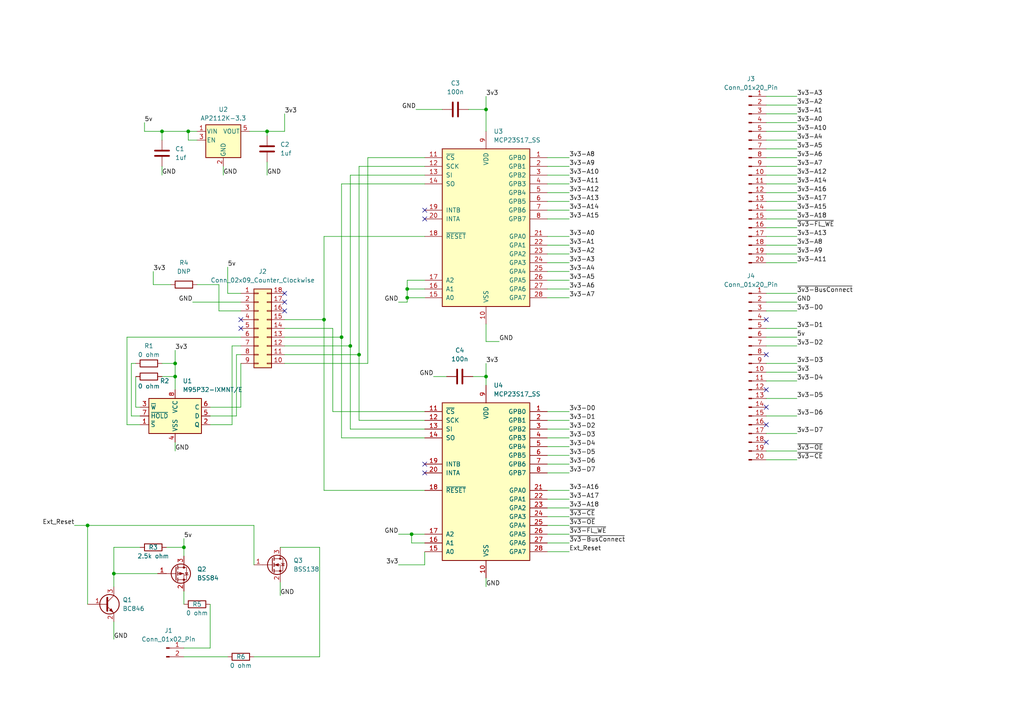
<source format=kicad_sch>
(kicad_sch (version 20231120) (generator "eeschema") (generator_version "8.0")
  (paper "A4")
  (title_block (title "Flying Rommey"))
  (lib_symbols
    (symbol "Connector:Conn_01x20_Pin" (pin_names (offset 1.016) hide)
      (property "Reference" "J" (at 0 25.4 0))
      (property "Value" "Conn_01x20_Pin" (at 0 -27.94 0))
      (symbol "Conn_01x20_Pin_1_1"
        (polyline (pts (xy 1.27 -25.4) (xy 0.8636 -25.4)) (stroke (width 0.1524)))
        (polyline (pts (xy 1.27 -22.86) (xy 0.8636 -22.86)) (stroke (width 0.1524)))
        (polyline (pts (xy 1.27 -20.32) (xy 0.8636 -20.32)) (stroke (width 0.1524)))
        (polyline (pts (xy 1.27 -17.78) (xy 0.8636 -17.78)) (stroke (width 0.1524)))
        (polyline (pts (xy 1.27 -15.24) (xy 0.8636 -15.24)) (stroke (width 0.1524)))
        (polyline (pts (xy 1.27 -12.7) (xy 0.8636 -12.7)) (stroke (width 0.1524)))
        (polyline (pts (xy 1.27 -10.16) (xy 0.8636 -10.16)) (stroke (width 0.1524)))
        (polyline (pts (xy 1.27 -7.62) (xy 0.8636 -7.62)) (stroke (width 0.1524)))
        (polyline (pts (xy 1.27 -5.08) (xy 0.8636 -5.08)) (stroke (width 0.1524)))
        (polyline (pts (xy 1.27 -2.54) (xy 0.8636 -2.54)) (stroke (width 0.1524)))
        (polyline (pts (xy 1.27 0) (xy 0.8636 0)) (stroke (width 0.1524)))
        (polyline (pts (xy 1.27 2.54) (xy 0.8636 2.54)) (stroke (width 0.1524)))
        (polyline (pts (xy 1.27 5.08) (xy 0.8636 5.08)) (stroke (width 0.1524)))
        (polyline (pts (xy 1.27 7.62) (xy 0.8636 7.62)) (stroke (width 0.1524)))
        (polyline (pts (xy 1.27 10.16) (xy 0.8636 10.16)) (stroke (width 0.1524)))
        (polyline (pts (xy 1.27 12.7) (xy 0.8636 12.7)) (stroke (width 0.1524)))
        (polyline (pts (xy 1.27 15.24) (xy 0.8636 15.24)) (stroke (width 0.1524)))
        (polyline (pts (xy 1.27 17.78) (xy 0.8636 17.78)) (stroke (width 0.1524)))
        (polyline (pts (xy 1.27 20.32) (xy 0.8636 20.32)) (stroke (width 0.1524)))
        (polyline (pts (xy 1.27 22.86) (xy 0.8636 22.86)) (stroke (width 0.1524)))
        (rectangle (start 0.8636 -25.273) (end 0 -25.527) (stroke (width 0.1524)) (fill (type outline)))
        (rectangle (start 0.8636 -22.733) (end 0 -22.987) (stroke (width 0.1524)) (fill (type outline)))
        (rectangle (start 0.8636 -20.193) (end 0 -20.447) (stroke (width 0.1524)) (fill (type outline)))
        (rectangle (start 0.8636 -17.653) (end 0 -17.907) (stroke (width 0.1524)) (fill (type outline)))
        (rectangle (start 0.8636 -15.113) (end 0 -15.367) (stroke (width 0.1524)) (fill (type outline)))
        (rectangle (start 0.8636 -12.573) (end 0 -12.827) (stroke (width 0.1524)) (fill (type outline)))
        (rectangle (start 0.8636 -10.033) (end 0 -10.287) (stroke (width 0.1524)) (fill (type outline)))
        (rectangle (start 0.8636 -7.493) (end 0 -7.747) (stroke (width 0.1524)) (fill (type outline)))
        (rectangle (start 0.8636 -4.953) (end 0 -5.207) (stroke (width 0.1524)) (fill (type outline)))
        (rectangle (start 0.8636 -2.413) (end 0 -2.667) (stroke (width 0.1524)) (fill (type outline)))
        (rectangle (start 0.8636 0.127) (end 0 -0.127) (stroke (width 0.1524)) (fill (type outline)))
        (rectangle (start 0.8636 2.667) (end 0 2.413) (stroke (width 0.1524)) (fill (type outline)))
        (rectangle (start 0.8636 5.207) (end 0 4.953) (stroke (width 0.1524)) (fill (type outline)))
        (rectangle (start 0.8636 7.747) (end 0 7.493) (stroke (width 0.1524)) (fill (type outline)))
        (rectangle (start 0.8636 10.287) (end 0 10.033) (stroke (width 0.1524)) (fill (type outline)))
        (rectangle (start 0.8636 12.827) (end 0 12.573) (stroke (width 0.1524)) (fill (type outline)))
        (rectangle (start 0.8636 15.367) (end 0 15.113) (stroke (width 0.1524)) (fill (type outline)))
        (rectangle (start 0.8636 17.907) (end 0 17.653) (stroke (width 0.1524)) (fill (type outline)))
        (rectangle (start 0.8636 20.447) (end 0 20.193) (stroke (width 0.1524)) (fill (type outline)))
        (rectangle (start 0.8636 22.987) (end 0 22.733) (stroke (width 0.1524)) (fill (type outline)))
        (pin passive line (at 5.08 22.86 180) (length 3.81) (name "Pin_1") (number "1"))
        (pin passive line (at 5.08 0 180) (length 3.81) (name "Pin_10") (number "10"))
        (pin passive line (at 5.08 -2.54 180) (length 3.81) (name "Pin_11") (number "11"))
        (pin passive line (at 5.08 -5.08 180) (length 3.81) (name "Pin_12") (number "12"))
        (pin passive line (at 5.08 -7.62 180) (length 3.81) (name "Pin_13") (number "13"))
        (pin passive line (at 5.08 -10.16 180) (length 3.81) (name "Pin_14") (number "14"))
        (pin passive line (at 5.08 -12.7 180) (length 3.81) (name "Pin_15") (number "15"))
        (pin passive line (at 5.08 -15.24 180) (length 3.81) (name "Pin_16") (number "16"))
        (pin passive line (at 5.08 -17.78 180) (length 3.81) (name "Pin_17") (number "17"))
        (pin passive line (at 5.08 -20.32 180) (length 3.81) (name "Pin_18") (number "18"))
        (pin passive line (at 5.08 -22.86 180) (length 3.81) (name "Pin_19") (number "19"))
        (pin passive line (at 5.08 20.32 180) (length 3.81) (name "Pin_2") (number "2"))
        (pin passive line (at 5.08 -25.4 180) (length 3.81) (name "Pin_20") (number "20"))
        (pin passive line (at 5.08 17.78 180) (length 3.81) (name "Pin_3") (number "3"))
        (pin passive line (at 5.08 15.24 180) (length 3.81) (name "Pin_4") (number "4"))
        (pin passive line (at 5.08 12.7 180) (length 3.81) (name "Pin_5") (number "5"))
        (pin passive line (at 5.08 10.16 180) (length 3.81) (name "Pin_6") (number "6"))
        (pin passive line (at 5.08 7.62 180) (length 3.81) (name "Pin_7") (number "7"))
        (pin passive line (at 5.08 5.08 180) (length 3.81) (name "Pin_8") (number "8"))
        (pin passive line (at 5.08 2.54 180) (length 3.81) (name "Pin_9") (number "9"))
      )
    )
    (symbol "Connector_Generic:Conn_02x09_Counter_Clockwise" (pin_names (offset 1.016) hide)
      (property "Reference" "J" (at 1.27 12.7 0))
      (property "Value" "Conn_02x09_Counter_Clockwise" (at 1.27 -12.7 0))
      (symbol "Conn_02x09_Counter_Clockwise_1_1"
        (rectangle (start -1.27 -10.033) (end 0 -10.287) (stroke (width 0.1524)))
        (rectangle (start -1.27 -7.493) (end 0 -7.747) (stroke (width 0.1524)))
        (rectangle (start -1.27 -4.953) (end 0 -5.207) (stroke (width 0.1524)))
        (rectangle (start -1.27 -2.413) (end 0 -2.667) (stroke (width 0.1524)))
        (rectangle (start -1.27 0.127) (end 0 -0.127) (stroke (width 0.1524)))
        (rectangle (start -1.27 2.667) (end 0 2.413) (stroke (width 0.1524)))
        (rectangle (start -1.27 5.207) (end 0 4.953) (stroke (width 0.1524)))
        (rectangle (start -1.27 7.747) (end 0 7.493) (stroke (width 0.1524)))
        (rectangle (start -1.27 10.287) (end 0 10.033) (stroke (width 0.1524)))
        (rectangle (start -1.27 11.43) (end 3.81 -11.43) (stroke (width 0.254)) (fill (type background)))
        (rectangle (start 3.81 -10.033) (end 2.54 -10.287) (stroke (width 0.1524)))
        (rectangle (start 3.81 -7.493) (end 2.54 -7.747) (stroke (width 0.1524)))
        (rectangle (start 3.81 -4.953) (end 2.54 -5.207) (stroke (width 0.1524)))
        (rectangle (start 3.81 -2.413) (end 2.54 -2.667) (stroke (width 0.1524)))
        (rectangle (start 3.81 0.127) (end 2.54 -0.127) (stroke (width 0.1524)))
        (rectangle (start 3.81 2.667) (end 2.54 2.413) (stroke (width 0.1524)))
        (rectangle (start 3.81 5.207) (end 2.54 4.953) (stroke (width 0.1524)))
        (rectangle (start 3.81 7.747) (end 2.54 7.493) (stroke (width 0.1524)))
        (rectangle (start 3.81 10.287) (end 2.54 10.033) (stroke (width 0.1524)))
        (pin passive line (at -5.08 10.16 0) (length 3.81) (name "Pin_1") (number "1"))
        (pin passive line (at 7.62 -10.16 180) (length 3.81) (name "Pin_10") (number "10"))
        (pin passive line (at 7.62 -7.62 180) (length 3.81) (name "Pin_11") (number "11"))
        (pin passive line (at 7.62 -5.08 180) (length 3.81) (name "Pin_12") (number "12"))
        (pin passive line (at 7.62 -2.54 180) (length 3.81) (name "Pin_13") (number "13"))
        (pin passive line (at 7.62 0 180) (length 3.81) (name "Pin_14") (number "14"))
        (pin passive line (at 7.62 2.54 180) (length 3.81) (name "Pin_15") (number "15"))
        (pin passive line (at 7.62 5.08 180) (length 3.81) (name "Pin_16") (number "16"))
        (pin passive line (at 7.62 7.62 180) (length 3.81) (name "Pin_17") (number "17"))
        (pin passive line (at 7.62 10.16 180) (length 3.81) (name "Pin_18") (number "18"))
        (pin passive line (at -5.08 7.62 0) (length 3.81) (name "Pin_2") (number "2"))
        (pin passive line (at -5.08 5.08 0) (length 3.81) (name "Pin_3") (number "3"))
        (pin passive line (at -5.08 2.54 0) (length 3.81) (name "Pin_4") (number "4"))
        (pin passive line (at -5.08 0 0) (length 3.81) (name "Pin_5") (number "5"))
        (pin passive line (at -5.08 -2.54 0) (length 3.81) (name "Pin_6") (number "6"))
        (pin passive line (at -5.08 -5.08 0) (length 3.81) (name "Pin_7") (number "7"))
        (pin passive line (at -5.08 -7.62 0) (length 3.81) (name "Pin_8") (number "8"))
        (pin passive line (at -5.08 -10.16 0) (length 3.81) (name "Pin_9") (number "9"))
      )
    )
    (symbol "Device:C" (pin_numbers hide) (pin_names (offset 0.254))
      (property "Reference" "C" (at 0.635 2.54 0))
      (property "Value" "C" (at 0.635 -2.54 0))
      (symbol "C_0_1"
        (polyline (pts (xy -2.032 -0.762) (xy 2.032 -0.762)) (stroke (width 0.508)))
        (polyline (pts (xy -2.032 0.762) (xy 2.032 0.762)) (stroke (width 0.508)))
      )
      (symbol "C_1_1"
        (pin passive line (at 0 3.81 270) (length 2.794) (name "~") (number "1"))
        (pin passive line (at 0 -3.81 90) (length 2.794) (name "~") (number "2"))
      )
    )
    (symbol "Device:R" (pin_numbers hide) (pin_names (offset 0))
      (property "Reference" "R" (at 2.032 0 90))
      (property "Value" "R" (at 0 0 90))
      (symbol "R_0_1"
        (rectangle (start -1.016 -2.54) (end 1.016 2.54) (stroke (width 0.254)))
      )
      (symbol "R_1_1"
        (pin passive line (at 0 3.81 270) (length 1.27) (name "~") (number "1"))
        (pin passive line (at 0 -3.81 90) (length 1.27) (name "~") (number "2"))
      )
    )
    (symbol "JJG_Symbol_Library:AP2204K-1.5" (pin_names (offset 0.254))
      (property "Reference" "U" (at -5.08 5.715 0))
      (property "Value" "AP2204K-1.5" (at 0 5.715 0))
      (symbol "AP2204K-1.5_0_1"
        (rectangle (start -5.08 4.445) (end 5.08 -5.08) (stroke (width 0.254)) (fill (type background)))
      )
      (symbol "AP2204K-1.5_1_1"
        (pin bidirectional line (at -7.62 2.54 0) (length 2.54) (name "VIN") (number "1"))
        (pin bidirectional line (at 0 -7.62 90) (length 2.54) (name "GND") (number "2"))
        (pin input line (at -7.62 0 0) (length 2.54) (name "EN") (number "3"))
        (pin no_connect line (at 5.08 0 180) (length 2.54) hide (name "NC") (number "4"))
        (pin power_out line (at 7.62 2.54 180) (length 2.54) (name "VOUT") (number "5"))
      )
    )
    (symbol "JJG_Symbol_Library:Conn_01x02_Pin" (pin_names (offset 1.016) hide)
      (property "Reference" "J" (at 0 2.54 0))
      (property "Value" "Conn_01x02_Pin" (at 0 -5.08 0))
      (symbol "Conn_01x02_Pin_1_1"
        (polyline (pts (xy 1.27 -2.54) (xy 0.8636 -2.54)) (stroke (width 0.1524)))
        (polyline (pts (xy 1.27 0) (xy 0.8636 0)) (stroke (width 0.1524)))
        (rectangle (start 0.8636 -2.413) (end 0 -2.667) (stroke (width 0.1524)) (fill (type outline)))
        (rectangle (start 0.8636 0.127) (end 0 -0.127) (stroke (width 0.1524)) (fill (type outline)))
        (pin passive line (at 5.08 0 180) (length 3.81) (name "Pin_1") (number "1"))
        (pin passive line (at 5.08 -2.54 180) (length 3.81) (name "Pin_2") (number "2"))
      )
    )
    (symbol "JJG_Symbol_Library:M95P32-IXMNT/E"
      (property "Reference" "U1" (at 2.1941 10.16 0))
      (property "Value" "M95P32-IXMNT/E" (at 2.1941 7.62 0))
      (symbol "M95P32-IXMNT/E_1_1"
        (rectangle (start -7.62 5.08) (end 7.62 -5.08) (stroke (width 0.254)) (fill (type background)))
        (pin input line (at -10.16 -2.54 0) (length 2.54) (name "~{S}") (number "1"))
        (pin output line (at 10.16 -2.54 180) (length 2.54) (name "Q") (number "2"))
        (pin input line (at -10.16 2.54 0) (length 2.54) (name "~{W}") (number "3"))
        (pin bidirectional line (at 0 -7.62 90) (length 2.54) (name "VSS") (number "4"))
        (pin input line (at 10.16 0 180) (length 2.54) (name "D") (number "5"))
        (pin input line (at 10.16 2.54 180) (length 2.54) (name "C") (number "6"))
        (pin input line (at -10.16 0 0) (length 2.54) (name "~{HOLD}") (number "7"))
        (pin power_in line (at 0 7.62 270) (length 2.54) (name "VCC") (number "8"))
      )
    )
    (symbol "JJG_Symbol_Library:MCP23S17_SS" (pin_names (offset 1.016))
      (property "Reference" "U3" (at 2.1941 27.94 0))
      (property "Value" "MCP23S17_SS" (at 2.1941 25.4 0))
      (symbol "MCP23S17_SS_0_1"
        (rectangle (start -12.7 22.86) (end 12.7 -22.86) (stroke (width 0.254)) (fill (type background)))
      )
      (symbol "MCP23S17_SS_1_1"
        (pin bidirectional line (at 17.78 20.32 180) (length 5.08) (name "GPB0") (number "1"))
        (pin input line (at 0 -27.94 90) (length 5.08) (name "VSS") (number "10"))
        (pin input line (at -17.78 20.32 0) (length 5.08) (name "~{CS}") (number "11"))
        (pin input line (at -17.78 17.78 0) (length 5.08) (name "SCK") (number "12"))
        (pin input line (at -17.78 15.24 0) (length 5.08) (name "SI") (number "13"))
        (pin bidirectional line (at -17.78 12.7 0) (length 5.08) (name "SO") (number "14"))
        (pin input line (at -17.78 -20.32 0) (length 5.08) (name "A0") (number "15"))
        (pin input line (at -17.78 -17.78 0) (length 5.08) (name "A1") (number "16"))
        (pin input line (at -17.78 -15.24 0) (length 5.08) (name "A2") (number "17"))
        (pin input line (at -17.78 -2.54 0) (length 5.08) (name "~{RESET}") (number "18"))
        (pin tri_state line (at -17.78 5.08 0) (length 5.08) (name "INTB") (number "19"))
        (pin bidirectional line (at 17.78 17.78 180) (length 5.08) (name "GPB1") (number "2"))
        (pin tri_state line (at -17.78 2.54 0) (length 5.08) (name "INTA") (number "20"))
        (pin bidirectional line (at 17.78 -2.54 180) (length 5.08) (name "GPA0") (number "21"))
        (pin bidirectional line (at 17.78 -5.08 180) (length 5.08) (name "GPA1") (number "22"))
        (pin bidirectional line (at 17.78 -7.62 180) (length 5.08) (name "GPA2") (number "23"))
        (pin bidirectional line (at 17.78 -10.16 180) (length 5.08) (name "GPA3") (number "24"))
        (pin bidirectional line (at 17.78 -12.7 180) (length 5.08) (name "GPA4") (number "25"))
        (pin bidirectional line (at 17.78 -15.24 180) (length 5.08) (name "GPA5") (number "26"))
        (pin bidirectional line (at 17.78 -17.78 180) (length 5.08) (name "GPA6") (number "27"))
        (pin bidirectional line (at 17.78 -20.32 180) (length 5.08) (name "GPA7") (number "28"))
        (pin bidirectional line (at 17.78 15.24 180) (length 5.08) (name "GPB2") (number "3"))
        (pin bidirectional line (at 17.78 12.7 180) (length 5.08) (name "GPB3") (number "4"))
        (pin bidirectional line (at 17.78 10.16 180) (length 5.08) (name "GPB4") (number "5"))
        (pin bidirectional line (at 17.78 7.62 180) (length 5.08) (name "GPB5") (number "6"))
        (pin bidirectional line (at 17.78 5.08 180) (length 5.08) (name "GPB6") (number "7"))
        (pin bidirectional line (at 17.78 2.54 180) (length 5.08) (name "GPB7") (number "8"))
        (pin input line (at 0 27.94 270) (length 5.08) (name "VDD") (number "9"))
      )
    )
    (symbol "MCP23S17_SS_1" (pin_names (offset 1.016))
      (property "Reference" "U3" (at 2.1941 27.94 0))
      (property "Value" "MCP23S17_SS" (at 2.1941 25.4 0))
      (symbol "MCP23S17_SS_1_0_1"
        (rectangle (start -12.7 22.86) (end 12.7 -22.86) (stroke (width 0.254)) (fill (type background)))
      )
      (symbol "MCP23S17_SS_1_1_1"
        (pin bidirectional line (at 17.78 20.32 180) (length 5.08) (name "GPB0") (number "1"))
        (pin input line (at 0 -27.94 90) (length 5.08) (name "VSS") (number "10"))
        (pin input line (at -17.78 20.32 0) (length 5.08) (name "~{CS}") (number "11"))
        (pin input line (at -17.78 17.78 0) (length 5.08) (name "SCK") (number "12"))
        (pin input line (at -17.78 15.24 0) (length 5.08) (name "SI") (number "13"))
        (pin bidirectional line (at -17.78 12.7 0) (length 5.08) (name "SO") (number "14"))
        (pin input line (at -17.78 -20.32 0) (length 5.08) (name "A0") (number "15"))
        (pin input line (at -17.78 -17.78 0) (length 5.08) (name "A1") (number "16"))
        (pin input line (at -17.78 -15.24 0) (length 5.08) (name "A2") (number "17"))
        (pin input line (at -17.78 -2.54 0) (length 5.08) (name "~{RESET}") (number "18"))
        (pin tri_state line (at -17.78 5.08 0) (length 5.08) (name "INTB") (number "19"))
        (pin bidirectional line (at 17.78 17.78 180) (length 5.08) (name "GPB1") (number "2"))
        (pin tri_state line (at -17.78 2.54 0) (length 5.08) (name "INTA") (number "20"))
        (pin bidirectional line (at 17.78 -2.54 180) (length 5.08) (name "GPA0") (number "21"))
        (pin bidirectional line (at 17.78 -5.08 180) (length 5.08) (name "GPA1") (number "22"))
        (pin bidirectional line (at 17.78 -7.62 180) (length 5.08) (name "GPA2") (number "23"))
        (pin bidirectional line (at 17.78 -10.16 180) (length 5.08) (name "GPA3") (number "24"))
        (pin bidirectional line (at 17.78 -12.7 180) (length 5.08) (name "GPA4") (number "25"))
        (pin bidirectional line (at 17.78 -15.24 180) (length 5.08) (name "GPA5") (number "26"))
        (pin bidirectional line (at 17.78 -17.78 180) (length 5.08) (name "GPA6") (number "27"))
        (pin bidirectional line (at 17.78 -20.32 180) (length 5.08) (name "GPA7") (number "28"))
        (pin bidirectional line (at 17.78 15.24 180) (length 5.08) (name "GPB2") (number "3"))
        (pin bidirectional line (at 17.78 12.7 180) (length 5.08) (name "GPB3") (number "4"))
        (pin bidirectional line (at 17.78 10.16 180) (length 5.08) (name "GPB4") (number "5"))
        (pin bidirectional line (at 17.78 7.62 180) (length 5.08) (name "GPB5") (number "6"))
        (pin bidirectional line (at 17.78 5.08 180) (length 5.08) (name "GPB6") (number "7"))
        (pin bidirectional line (at 17.78 2.54 180) (length 5.08) (name "GPB7") (number "8"))
        (pin input line (at 0 27.94 270) (length 5.08) (name "VDD") (number "9"))
      )
    )
    (symbol "Transistor_BJT:BC846" (pin_names (offset 0) hide)
      (property "Reference" "Q" (at 5.08 1.905 0))
      (property "Value" "BC846" (at 5.08 0 0))
      (symbol "BC846_0_1"
        (polyline (pts (xy 0.635 0.635) (xy 2.54 2.54)))
        (polyline (pts (xy 0.635 -0.635) (xy 2.54 -2.54) (xy 2.54 -2.54)))
        (polyline (pts (xy 0.635 1.905) (xy 0.635 -1.905) (xy 0.635 -1.905)) (stroke (width 0.508)))
        (polyline (pts (xy 1.27 -1.778) (xy 1.778 -1.27) (xy 2.286 -2.286) (xy 1.27 -1.778) (xy 1.27 -1.778)) (fill (type outline)))
        (circle (center 1.27 0) (radius 2.8194) (stroke (width 0.254)))
      )
      (symbol "BC846_1_1"
        (pin input line (at -5.08 0 0) (length 5.715) (name "B") (number "1"))
        (pin passive line (at 2.54 -5.08 90) (length 2.54) (name "E") (number "2"))
        (pin passive line (at 2.54 5.08 270) (length 2.54) (name "C") (number "3"))
      )
    )
    (symbol "Transistor_FET:BSS138" (pin_names hide)
      (property "Reference" "Q" (at 5.08 1.905 0))
      (property "Value" "BSS138" (at 5.08 0 0))
      (symbol "BSS138_0_1"
        (polyline (pts (xy 0.254 0) (xy -2.54 0)))
        (polyline (pts (xy 0.254 1.905) (xy 0.254 -1.905)) (stroke (width 0.254)))
        (polyline (pts (xy 0.762 -1.27) (xy 0.762 -2.286)) (stroke (width 0.254)))
        (polyline (pts (xy 0.762 0.508) (xy 0.762 -0.508)) (stroke (width 0.254)))
        (polyline (pts (xy 0.762 2.286) (xy 0.762 1.27)) (stroke (width 0.254)))
        (polyline (pts (xy 2.54 2.54) (xy 2.54 1.778)))
        (polyline (pts (xy 2.54 -2.54) (xy 2.54 0) (xy 0.762 0)))
        (polyline (pts (xy 0.762 -1.778) (xy 3.302 -1.778) (xy 3.302 1.778) (xy 0.762 1.778)))
        (polyline (pts (xy 1.016 0) (xy 2.032 0.381) (xy 2.032 -0.381) (xy 1.016 0)) (fill (type outline)))
        (polyline (pts (xy 2.794 0.508) (xy 2.921 0.381) (xy 3.683 0.381) (xy 3.81 0.254)))
        (polyline (pts (xy 3.302 0.381) (xy 2.921 -0.254) (xy 3.683 -0.254) (xy 3.302 0.381)))
        (circle (center 1.651 0) (radius 2.794) (stroke (width 0.254)))
        (circle (center 2.54 -1.778) (radius 0.254) (fill (type outline)))
        (circle (center 2.54 1.778) (radius 0.254) (fill (type outline)))
      )
      (symbol "BSS138_1_1"
        (pin input line (at -5.08 0 0) (length 2.54) (name "G") (number "1"))
        (pin passive line (at 2.54 -5.08 90) (length 2.54) (name "S") (number "2"))
        (pin passive line (at 2.54 5.08 270) (length 2.54) (name "D") (number "3"))
      )
    )
    (symbol "Transistor_FET:BSS84" (pin_names hide)
      (property "Reference" "Q" (at 5.08 1.905 0))
      (property "Value" "BSS84" (at 5.08 0 0))
      (symbol "BSS84_0_1"
        (polyline (pts (xy 0.254 0) (xy -2.54 0)))
        (polyline (pts (xy 0.254 1.905) (xy 0.254 -1.905)) (stroke (width 0.254)))
        (polyline (pts (xy 0.762 -1.27) (xy 0.762 -2.286)) (stroke (width 0.254)))
        (polyline (pts (xy 0.762 0.508) (xy 0.762 -0.508)) (stroke (width 0.254)))
        (polyline (pts (xy 0.762 2.286) (xy 0.762 1.27)) (stroke (width 0.254)))
        (polyline (pts (xy 2.54 2.54) (xy 2.54 1.778)))
        (polyline (pts (xy 2.54 -2.54) (xy 2.54 0) (xy 0.762 0)))
        (polyline (pts (xy 0.762 1.778) (xy 3.302 1.778) (xy 3.302 -1.778) (xy 0.762 -1.778)))
        (polyline (pts (xy 2.286 0) (xy 1.27 0.381) (xy 1.27 -0.381) (xy 2.286 0)) (fill (type outline)))
        (polyline (pts (xy 2.794 -0.508) (xy 2.921 -0.381) (xy 3.683 -0.381) (xy 3.81 -0.254)))
        (polyline (pts (xy 3.302 -0.381) (xy 2.921 0.254) (xy 3.683 0.254) (xy 3.302 -0.381)))
        (circle (center 1.651 0) (radius 2.794) (stroke (width 0.254)))
        (circle (center 2.54 -1.778) (radius 0.254) (fill (type outline)))
        (circle (center 2.54 1.778) (radius 0.254) (fill (type outline)))
      )
      (symbol "BSS84_1_1"
        (pin input line (at -5.08 0 0) (length 2.54) (name "G") (number "1"))
        (pin passive line (at 2.54 -5.08 90) (length 2.54) (name "S") (number "2"))
        (pin passive line (at 2.54 5.08 270) (length 2.54) (name "D") (number "3"))
      )
    )
  )
  (junction (at 140.97 109.22))
  (junction (at 119.38 154.94))
  (junction (at 54.61 38.1))
  (junction (at 118.11 86.36))
  (junction (at 77.47 38.1))
  (junction (at 118.11 83.82))
  (junction (at 99.06 97.79))
  (junction (at 101.6 100.33))
  (junction (at 33.02 166.37))
  (junction (at 25.4 152.4))
  (junction (at 46.99 38.1))
  (junction (at 104.14 102.87))
  (junction (at 53.34 158.75))
  (junction (at 140.97 31.75))
  (junction (at 93.98 92.71))
  (junction (at 50.8 109.22))
  (junction (at 50.8 105.41))
  (no_connect (at 123.19 134.62))
  (no_connect (at 222.25 123.19))
  (no_connect (at 82.55 85.09))
  (no_connect (at 123.19 63.5))
  (no_connect (at 222.25 113.03))
  (no_connect (at 222.25 102.87))
  (no_connect (at 123.19 60.96))
  (no_connect (at 222.25 92.71))
  (no_connect (at 69.85 92.71))
  (no_connect (at 222.25 118.11))
  (no_connect (at 222.25 128.27))
  (no_connect (at 69.85 95.25))
  (no_connect (at 82.55 90.17))
  (no_connect (at 82.55 87.63))
  (no_connect (at 123.19 137.16))
  (wire (pts (xy 140.97 31.75) (xy 140.97 38.1)))
  (wire (pts (xy 33.02 158.75) (xy 33.02 166.37)))
  (wire (pts (xy 46.99 40.64) (xy 46.99 38.1)))
  (wire (pts (xy 222.25 68.58) (xy 231.14 68.58)))
  (wire (pts (xy 81.28 168.91) (xy 81.28 172.72)))
  (wire (pts (xy 44.45 82.55) (xy 44.45 78.74)))
  (wire (pts (xy 158.75 129.54) (xy 165.1 129.54)))
  (wire (pts (xy 222.25 35.56) (xy 231.14 35.56)))
  (wire (pts (xy 119.38 157.48) (xy 123.19 157.48)))
  (wire (pts (xy 68.58 120.65) (xy 68.58 102.87)))
  (wire (pts (xy 123.19 160.02) (xy 123.19 163.83)))
  (wire (pts (xy 158.75 78.74) (xy 165.1 78.74)))
  (wire (pts (xy 123.19 124.46) (xy 101.6 124.46)))
  (wire (pts (xy 123.19 83.82) (xy 118.11 83.82)))
  (wire (pts (xy 77.47 38.1) (xy 82.55 38.1)))
  (wire (pts (xy 158.75 160.02) (xy 165.1 160.02)))
  (wire (pts (xy 222.25 66.04) (xy 231.14 66.04)))
  (wire (pts (xy 41.91 35.56) (xy 41.91 38.1)))
  (wire (pts (xy 140.97 99.06) (xy 144.78 99.06)))
  (wire (pts (xy 60.96 123.19) (xy 67.31 123.19)))
  (wire (pts (xy 158.75 60.96) (xy 165.1 60.96)))
  (wire (pts (xy 106.68 45.72) (xy 123.19 45.72)))
  (wire (pts (xy 222.25 107.95) (xy 231.14 107.95)))
  (wire (pts (xy 123.19 163.83) (xy 115.57 163.83)))
  (wire (pts (xy 158.75 73.66) (xy 165.1 73.66)))
  (wire (pts (xy 140.97 31.75) (xy 140.97 27.94)))
  (wire (pts (xy 222.25 85.09) (xy 231.14 85.09)))
  (wire (pts (xy 50.8 101.6) (xy 50.8 105.41)))
  (wire (pts (xy 50.8 128.27) (xy 50.8 130.81)))
  (wire (pts (xy 158.75 81.28) (xy 165.1 81.28)))
  (wire (pts (xy 54.61 40.64) (xy 57.15 40.64)))
  (wire (pts (xy 118.11 86.36) (xy 123.19 86.36)))
  (wire (pts (xy 137.16 109.22) (xy 140.97 109.22)))
  (wire (pts (xy 45.72 166.37) (xy 33.02 166.37)))
  (wire (pts (xy 222.25 38.1) (xy 231.14 38.1)))
  (wire (pts (xy 63.5 82.55) (xy 63.5 90.17)))
  (wire (pts (xy 222.25 130.81) (xy 231.14 130.81)))
  (wire (pts (xy 222.25 87.63) (xy 231.14 87.63)))
  (wire (pts (xy 222.25 95.25) (xy 231.14 95.25)))
  (wire (pts (xy 125.73 109.22) (xy 129.54 109.22)))
  (wire (pts (xy 82.55 100.33) (xy 101.6 100.33)))
  (wire (pts (xy 222.25 133.35) (xy 231.14 133.35)))
  (wire (pts (xy 69.85 102.87) (xy 68.58 102.87)))
  (wire (pts (xy 39.37 109.22) (xy 39.37 118.11)))
  (wire (pts (xy 135.89 31.75) (xy 140.97 31.75)))
  (wire (pts (xy 69.85 100.33) (xy 67.31 100.33)))
  (wire (pts (xy 158.75 152.4) (xy 165.1 152.4)))
  (wire (pts (xy 104.14 121.92) (xy 104.14 102.87)))
  (wire (pts (xy 48.26 158.75) (xy 53.34 158.75)))
  (wire (pts (xy 33.02 166.37) (xy 33.02 170.18)))
  (wire (pts (xy 38.1 120.65) (xy 38.1 105.41)))
  (wire (pts (xy 101.6 50.8) (xy 123.19 50.8)))
  (wire (pts (xy 92.71 190.5) (xy 73.66 190.5)))
  (wire (pts (xy 40.64 123.19) (xy 36.83 123.19)))
  (wire (pts (xy 40.64 158.75) (xy 33.02 158.75)))
  (wire (pts (xy 158.75 121.92) (xy 165.1 121.92)))
  (wire (pts (xy 101.6 124.46) (xy 101.6 100.33)))
  (wire (pts (xy 69.85 118.11) (xy 69.85 105.41)))
  (wire (pts (xy 158.75 83.82) (xy 165.1 83.82)))
  (wire (pts (xy 93.98 68.58) (xy 93.98 92.71)))
  (wire (pts (xy 158.75 48.26) (xy 165.1 48.26)))
  (wire (pts (xy 53.34 158.75) (xy 53.34 161.29)))
  (wire (pts (xy 222.25 55.88) (xy 231.14 55.88)))
  (wire (pts (xy 57.15 38.1) (xy 54.61 38.1)))
  (wire (pts (xy 49.53 82.55) (xy 44.45 82.55)))
  (wire (pts (xy 158.75 134.62) (xy 165.1 134.62)))
  (wire (pts (xy 222.25 60.96) (xy 231.14 60.96)))
  (wire (pts (xy 50.8 109.22) (xy 50.8 113.03)))
  (wire (pts (xy 41.91 38.1) (xy 46.99 38.1)))
  (wire (pts (xy 25.4 152.4) (xy 73.66 152.4)))
  (wire (pts (xy 158.75 154.94) (xy 165.1 154.94)))
  (wire (pts (xy 123.19 81.28) (xy 118.11 81.28)))
  (wire (pts (xy 123.19 154.94) (xy 119.38 154.94)))
  (wire (pts (xy 77.47 38.1) (xy 77.47 39.37)))
  (wire (pts (xy 82.55 102.87) (xy 104.14 102.87)))
  (wire (pts (xy 46.99 38.1) (xy 54.61 38.1)))
  (wire (pts (xy 54.61 38.1) (xy 54.61 40.64)))
  (wire (pts (xy 118.11 86.36) (xy 118.11 87.63)))
  (wire (pts (xy 60.96 187.96) (xy 53.34 187.96)))
  (wire (pts (xy 119.38 154.94) (xy 119.38 157.48)))
  (wire (pts (xy 222.25 105.41) (xy 231.14 105.41)))
  (wire (pts (xy 92.71 158.75) (xy 92.71 190.5)))
  (wire (pts (xy 99.06 127) (xy 99.06 97.79)))
  (wire (pts (xy 158.75 63.5) (xy 165.1 63.5)))
  (wire (pts (xy 73.66 163.83) (xy 73.66 152.4)))
  (wire (pts (xy 101.6 100.33) (xy 101.6 50.8)))
  (wire (pts (xy 222.25 97.79) (xy 231.14 97.79)))
  (wire (pts (xy 222.25 53.34) (xy 231.14 53.34)))
  (wire (pts (xy 99.06 53.34) (xy 123.19 53.34)))
  (wire (pts (xy 123.19 119.38) (xy 96.52 119.38)))
  (wire (pts (xy 222.25 58.42) (xy 231.14 58.42)))
  (wire (pts (xy 140.97 105.41) (xy 140.97 109.22)))
  (wire (pts (xy 222.25 27.94) (xy 231.14 27.94)))
  (wire (pts (xy 158.75 71.12) (xy 165.1 71.12)))
  (wire (pts (xy 77.47 46.99) (xy 77.47 50.8)))
  (wire (pts (xy 115.57 87.63) (xy 118.11 87.63)))
  (wire (pts (xy 55.88 87.63) (xy 69.85 87.63)))
  (wire (pts (xy 93.98 92.71) (xy 82.55 92.71)))
  (wire (pts (xy 158.75 147.32) (xy 165.1 147.32)))
  (wire (pts (xy 25.4 152.4) (xy 25.4 175.26)))
  (wire (pts (xy 222.25 71.12) (xy 231.14 71.12)))
  (wire (pts (xy 67.31 123.19) (xy 67.31 100.33)))
  (wire (pts (xy 158.75 68.58) (xy 165.1 68.58)))
  (wire (pts (xy 222.25 110.49) (xy 231.14 110.49)))
  (wire (pts (xy 222.25 30.48) (xy 231.14 30.48)))
  (wire (pts (xy 158.75 50.8) (xy 165.1 50.8)))
  (wire (pts (xy 123.19 142.24) (xy 93.98 142.24)))
  (wire (pts (xy 53.34 190.5) (xy 66.04 190.5)))
  (wire (pts (xy 158.75 157.48) (xy 165.1 157.48)))
  (wire (pts (xy 60.96 120.65) (xy 68.58 120.65)))
  (wire (pts (xy 96.52 119.38) (xy 96.52 95.25)))
  (wire (pts (xy 115.57 154.94) (xy 119.38 154.94)))
  (wire (pts (xy 222.25 33.02) (xy 231.14 33.02)))
  (wire (pts (xy 93.98 142.24) (xy 93.98 92.71)))
  (wire (pts (xy 72.39 38.1) (xy 77.47 38.1)))
  (wire (pts (xy 158.75 55.88) (xy 165.1 55.88)))
  (wire (pts (xy 222.25 63.5) (xy 231.14 63.5)))
  (wire (pts (xy 158.75 58.42) (xy 165.1 58.42)))
  (wire (pts (xy 46.99 105.41) (xy 50.8 105.41)))
  (wire (pts (xy 158.75 142.24) (xy 165.1 142.24)))
  (wire (pts (xy 222.25 48.26) (xy 231.14 48.26)))
  (wire (pts (xy 53.34 156.21) (xy 53.34 158.75)))
  (wire (pts (xy 222.25 125.73) (xy 231.14 125.73)))
  (wire (pts (xy 39.37 118.11) (xy 40.64 118.11)))
  (wire (pts (xy 140.97 93.98) (xy 140.97 99.06)))
  (wire (pts (xy 222.25 73.66) (xy 231.14 73.66)))
  (wire (pts (xy 64.77 48.26) (xy 64.77 50.8)))
  (wire (pts (xy 118.11 83.82) (xy 118.11 86.36)))
  (wire (pts (xy 222.25 76.2) (xy 231.14 76.2)))
  (wire (pts (xy 82.55 97.79) (xy 99.06 97.79)))
  (wire (pts (xy 158.75 45.72) (xy 165.1 45.72)))
  (wire (pts (xy 222.25 120.65) (xy 231.14 120.65)))
  (wire (pts (xy 118.11 81.28) (xy 118.11 83.82)))
  (wire (pts (xy 158.75 132.08) (xy 165.1 132.08)))
  (wire (pts (xy 222.25 90.17) (xy 231.14 90.17)))
  (wire (pts (xy 140.97 109.22) (xy 140.97 111.76)))
  (wire (pts (xy 140.97 167.64) (xy 140.97 170.18)))
  (wire (pts (xy 60.96 118.11) (xy 69.85 118.11)))
  (wire (pts (xy 158.75 124.46) (xy 165.1 124.46)))
  (wire (pts (xy 82.55 105.41) (xy 106.68 105.41)))
  (wire (pts (xy 63.5 90.17) (xy 69.85 90.17)))
  (wire (pts (xy 222.25 115.57) (xy 231.14 115.57)))
  (wire (pts (xy 123.19 127) (xy 99.06 127)))
  (wire (pts (xy 66.04 77.47) (xy 66.04 85.09)))
  (wire (pts (xy 158.75 119.38) (xy 165.1 119.38)))
  (wire (pts (xy 33.02 180.34) (xy 33.02 185.42)))
  (wire (pts (xy 158.75 127) (xy 165.1 127)))
  (wire (pts (xy 222.25 43.18) (xy 231.14 43.18)))
  (wire (pts (xy 158.75 149.86) (xy 165.1 149.86)))
  (wire (pts (xy 222.25 50.8) (xy 231.14 50.8)))
  (wire (pts (xy 158.75 53.34) (xy 165.1 53.34)))
  (wire (pts (xy 123.19 68.58) (xy 93.98 68.58)))
  (wire (pts (xy 36.83 97.79) (xy 69.85 97.79)))
  (wire (pts (xy 158.75 144.78) (xy 165.1 144.78)))
  (wire (pts (xy 46.99 48.26) (xy 46.99 50.8)))
  (wire (pts (xy 60.96 175.26) (xy 60.96 187.96)))
  (wire (pts (xy 36.83 123.19) (xy 36.83 97.79)))
  (wire (pts (xy 57.15 82.55) (xy 63.5 82.55)))
  (wire (pts (xy 120.65 31.75) (xy 128.27 31.75)))
  (wire (pts (xy 158.75 76.2) (xy 165.1 76.2)))
  (wire (pts (xy 99.06 97.79) (xy 99.06 53.34)))
  (wire (pts (xy 53.34 171.45) (xy 53.34 175.26)))
  (wire (pts (xy 21.59 152.4) (xy 25.4 152.4)))
  (wire (pts (xy 106.68 105.41) (xy 106.68 45.72)))
  (wire (pts (xy 123.19 121.92) (xy 104.14 121.92)))
  (wire (pts (xy 222.25 45.72) (xy 231.14 45.72)))
  (wire (pts (xy 158.75 137.16) (xy 165.1 137.16)))
  (wire (pts (xy 40.64 120.65) (xy 38.1 120.65)))
  (wire (pts (xy 66.04 85.09) (xy 69.85 85.09)))
  (wire (pts (xy 104.14 48.26) (xy 123.19 48.26)))
  (wire (pts (xy 50.8 105.41) (xy 50.8 109.22)))
  (wire (pts (xy 222.25 40.64) (xy 231.14 40.64)))
  (wire (pts (xy 82.55 38.1) (xy 82.55 33.02)))
  (wire (pts (xy 46.99 109.22) (xy 50.8 109.22)))
  (wire (pts (xy 222.25 100.33) (xy 231.14 100.33)))
  (wire (pts (xy 38.1 105.41) (xy 39.37 105.41)))
  (wire (pts (xy 104.14 102.87) (xy 104.14 48.26)))
  (wire (pts (xy 158.75 86.36) (xy 165.1 86.36)))
  (wire (pts (xy 81.28 158.75) (xy 92.71 158.75)))
  (wire (pts (xy 96.52 95.25) (xy 82.55 95.25)))
  (label "3v3-A4" (at 231.14 40.64 0))
  (label "3v3-A16" (at 165.1 142.24 0))
  (label "GND" (at 115.57 87.63 180))
  (label "3v3-A2" (at 231.14 30.48 0))
  (label "3v3-A9" (at 165.1 48.26 0))
  (label "GND" (at 231.14 87.63 0))
  (label "3v3" (at 140.97 27.94 0))
  (label "3v3-D2" (at 231.14 100.33 0))
  (label "GND" (at 55.88 87.63 180))
  (label "~{3v3-BusConnect}" (at 165.1 157.48 0))
  (label "3v3-A14" (at 231.14 53.34 0))
  (label "~{3v3-CE}" (at 165.1 149.86 0))
  (label "GND" (at 120.65 31.75 180))
  (label "3v3-A16" (at 231.14 55.88 0))
  (label "3v3-A0" (at 165.1 68.58 0))
  (label "3v3-D0" (at 231.14 90.17 0))
  (label "3v3-A7" (at 231.14 48.26 0))
  (label "GND" (at 115.57 154.94 180))
  (label "3v3-D0" (at 165.1 119.38 0))
  (label "3v3" (at 115.57 163.83 180))
  (label "GND" (at 140.97 170.18 0))
  (label "~{3v3-CE}" (at 231.14 133.35 0))
  (label "3v3-D3" (at 165.1 127 0))
  (label "3v3-D5" (at 231.14 115.57 0))
  (label "3v3-A15" (at 231.14 60.96 0))
  (label "GND" (at 33.02 185.42 0))
  (label "3v3-A11" (at 165.1 53.34 0))
  (label "GND" (at 64.77 50.8 0))
  (label "3v3-A6" (at 165.1 83.82 0))
  (label "3v3-A9" (at 231.14 73.66 0))
  (label "3v3-D4" (at 165.1 129.54 0))
  (label "3v3-A15" (at 165.1 63.5 0))
  (label "3v3-A13" (at 231.14 68.58 0))
  (label "3v3-A7" (at 165.1 86.36 0))
  (label "3v3-D7" (at 231.14 125.73 0))
  (label "~{3v3-FL_WE}" (at 165.1 154.94 0))
  (label "GND" (at 81.28 172.72 0))
  (label "3v3-D6" (at 231.14 120.65 0))
  (label "3v3-A4" (at 165.1 78.74 0))
  (label "3v3-A8" (at 231.14 71.12 0))
  (label "3v3-D1" (at 165.1 121.92 0))
  (label "3v3-A10" (at 231.14 38.1 0))
  (label "3v3-A10" (at 165.1 50.8 0))
  (label "3v3-D3" (at 231.14 105.41 0))
  (label "5v" (at 66.04 77.47 0))
  (label "GND" (at 77.47 50.8 0))
  (label "3v3-A17" (at 165.1 144.78 0))
  (label "5v" (at 231.14 97.79 0))
  (label "GND" (at 144.78 99.06 0))
  (label "3v3-A3" (at 165.1 76.2 0))
  (label "GND" (at 50.8 130.81 0))
  (label "Ext_Reset" (at 21.59 152.4 180))
  (label "3v3-D6" (at 165.1 134.62 0))
  (label "5v" (at 53.34 156.21 0))
  (label "3v3" (at 50.8 101.6 0))
  (label "3v3" (at 140.97 105.41 0))
  (label "3v3-A18" (at 165.1 147.32 0))
  (label "3v3-A5" (at 231.14 43.18 0))
  (label "3v3" (at 44.45 78.74 0))
  (label "3v3-A13" (at 165.1 58.42 0))
  (label "3v3-D1" (at 231.14 95.25 0))
  (label "3v3-A3" (at 231.14 27.94 0))
  (label "3v3-A0" (at 231.14 35.56 0))
  (label "3v3-D2" (at 165.1 124.46 0))
  (label "3v3" (at 82.55 33.02 0))
  (label "3v3-A12" (at 165.1 55.88 0))
  (label "3v3-A5" (at 165.1 81.28 0))
  (label "3v3-A8" (at 165.1 45.72 0))
  (label "Ext_Reset" (at 165.1 160.02 0))
  (label "3v3-D7" (at 165.1 137.16 0))
  (label "~{3v3-FL_WE}" (at 231.14 66.04 0))
  (label "3v3-A12" (at 231.14 50.8 0))
  (label "3v3-A17" (at 231.14 58.42 0))
  (label "3v3-A1" (at 165.1 71.12 0))
  (label "3v3-A14" (at 165.1 60.96 0))
  (label "3v3-A1" (at 231.14 33.02 0))
  (label "3v3" (at 231.14 107.95 0))
  (label "3v3-A6" (at 231.14 45.72 0))
  (label "~{3v3-OE}" (at 231.14 130.81 0))
  (label "3v3-A18" (at 231.14 63.5 0))
  (label "5v" (at 41.91 35.56 0))
  (label "3v3-A2" (at 165.1 73.66 0))
  (label "~{3v3-BusConnect}" (at 231.14 85.09 0))
  (label "GND" (at 125.73 109.22 180))
  (label "~{3v3-OE}" (at 165.1 152.4 0))
  (label "GND" (at 46.99 50.8 0))
  (label "3v3-A11" (at 231.14 76.2 0))
  (label "3v3-D5" (at 165.1 132.08 0))
  (label "3v3-D4" (at 231.14 110.49 0))
  (symbol (lib_id "Device:C") (at 132.08 31.75 270) (unit 1)
    (property "Reference" "C3" (at 132.08 24.13 90))
    (property "Value" "100n" (at 132.08 26.67 90))
    (property "Footprint" "Capacitor_SMD:C_0603_1608Metric" (effects (hide yes)))
    (property "Description" "Unpolarized capacitor" (effects (hide yes)))
  )
  (symbol (lib_id "Device:C") (at 46.99 44.45 0) (unit 1)
    (property "Reference" "C1" (at 50.8 43.1799 0) (effects (justify left)))
    (property "Value" "1uf" (at 50.8 45.7199 0) (effects (justify left)))
    (property "Footprint" "Capacitor_SMD:C_0402_1005Metric" (effects (hide yes)))
    (property "Description" "Unpolarized capacitor" (effects (hide yes)))
  )
  (symbol (lib_id "JJG_Symbol_Library:Conn_01x02_Pin") (at 48.26 187.96 0) (unit 1)
    (property "Reference" "J1" (at 48.895 182.88 0))
    (property "Value" "Conn_01x02_Pin" (at 48.895 185.42 0))
    (property "Footprint" "JJGTechnologies_Footprint_Library:PinHeader_1x02_P2.54mm_Horizontal" (effects (hide yes)))
    (property "Description" "Generic connector, single row, 01x02, script generated" (effects (hide yes)))
  )
  (symbol (lib_id "Transistor_BJT:BC846") (at 30.48 175.26 0) (unit 1)
    (property "Reference" "Q1" (at 35.56 173.9899 0) (effects (justify left)))
    (property "Value" "BC846" (at 35.56 176.5299 0) (effects (justify left)))
    (property "Footprint" "Package_TO_SOT_SMD:SOT-23" (effects (hide yes)))
    (property "Datasheet" "https://assets.nexperia.com/documents/data-sheet/BC846_SER.pdf" (effects (hide yes)))
    (property "Description" "0.1A Ic, 65V Vce, NPN Transistor, SOT-23" (effects (hide yes)))
  )
  (symbol (lib_id "Device:R") (at 69.85 190.5 90) (unit 1)
    (property "Reference" "R6" (at 69.85 190.5 90))
    (property "Value" "0 ohm" (at 69.85 193.04 90))
    (property "Footprint" "Resistor_SMD:R_0402_1005Metric" (effects (hide yes)))
    (property "Description" "Resistor" (effects (hide yes)))
  )
  (symbol (lib_name "MCP23S17_SS_1") (lib_id "JJG_Symbol_Library:MCP23S17_SS") (at 140.97 66.04 0) (unit 1)
    (property "Reference" "U3" (at 143.1641 38.1 0) (effects (justify left)))
    (property "Value" "MCP23S17_SS" (at 143.1641 40.64 0) (effects (justify left)))
    (property "Footprint" "Package_SO:SSOP-28_5.3x10.2mm_P0.65mm" (effects (hide yes)))
    (property "Datasheet" "http://ww1.microchip.com/downloads/en/DeviceDoc/20001952C.pdf" (effects (hide yes)))
    (property "Description" "16-bit I/O expander, I2C, interrupts, w pull-ups, SSOP-28" (effects (hide yes)))
  )
  (symbol (lib_id "Connector:Conn_01x20_Pin") (at 217.17 50.8 0) (unit 1)
    (property "Reference" "J3" (at 217.805 22.86 0))
    (property "Value" "Conn_01x20_Pin" (at 217.805 25.4 0))
    (property "Footprint" "JJGTechnologies_Footprint_Library:PinHeader_2x10_P1.00mm_Vertical_SMD" (effects (hide yes)))
    (property "Datasheet" "PHBD-SS020G1BBWLE-B025" (effects (hide yes)))
    (property "Description" "Generic connector, single row, 01x20, script generated" (effects (hide yes)))
  )
  (symbol (lib_id "JJG_Symbol_Library:AP2204K-1.5") (at 64.77 40.64 0) (unit 1)
    (property "Reference" "U2" (at 64.77 31.75 0))
    (property "Value" "AP2112K-3.3" (at 64.77 34.29 0))
    (property "Footprint" "Package_TO_SOT_SMD:SOT-23-5" (effects (hide yes)))
    (property "Datasheet" "https://www.diodes.com/assets/Datasheets/AP2204.pdf" (effects (hide yes)))
    (property "Description" "150mA low dropout linear regulator, wide input voltage range, 1.5V fixed positive output, SOT-23-5" (effects (hide yes)))
  )
  (symbol (lib_id "Device:R") (at 43.18 105.41 90) (unit 1)
    (property "Reference" "R1" (at 43.18 100.33 90))
    (property "Value" "0 ohm" (at 43.18 102.87 90))
    (property "Footprint" "Resistor_SMD:R_0402_1005Metric" (effects (hide yes)))
    (property "Description" "Resistor" (effects (hide yes)))
  )
  (symbol (lib_id "Device:C") (at 133.35 109.22 270) (unit 1)
    (property "Reference" "C4" (at 133.35 101.6 90))
    (property "Value" "100n" (at 133.35 104.14 90))
    (property "Footprint" "Capacitor_SMD:C_0603_1608Metric" (effects (hide yes)))
    (property "Description" "Unpolarized capacitor" (effects (hide yes)))
  )
  (symbol (lib_id "Device:R") (at 57.15 175.26 90) (unit 1)
    (property "Reference" "R5" (at 57.15 175.26 90))
    (property "Value" "0 ohm" (at 57.15 177.8 90))
    (property "Footprint" "Resistor_SMD:R_0402_1005Metric" (effects (hide yes)))
    (property "Description" "Resistor" (effects (hide yes)))
  )
  (symbol (lib_id "JJG_Symbol_Library:MCP23S17_SS") (at 140.97 139.7 0) (unit 1)
    (property "Reference" "U4" (at 143.1641 111.76 0) (effects (justify left)))
    (property "Value" "MCP23S17_SS" (at 143.1641 114.3 0) (effects (justify left)))
    (property "Footprint" "Package_SO:SSOP-28_5.3x10.2mm_P0.65mm" (effects (hide yes)))
    (property "Datasheet" "http://ww1.microchip.com/downloads/en/DeviceDoc/20001952C.pdf" (effects (hide yes)))
    (property "Description" "16-bit I/O expander, I2C, interrupts, w pull-ups, SSOP-28" (effects (hide yes)))
  )
  (symbol (lib_id "Connector:Conn_01x20_Pin") (at 217.17 107.95 0) (unit 1)
    (property "Reference" "J4" (at 217.805 80.01 0))
    (property "Value" "Conn_01x20_Pin" (at 217.805 82.55 0))
    (property "Footprint" "JJGTechnologies_Footprint_Library:PinHeader_2x10_P1.00mm_Vertical_SMD" (effects (hide yes)))
    (property "Datasheet" "PHBD-SS020G1BBWLE-B025" (effects (hide yes)))
    (property "Description" "Generic connector, single row, 01x20, script generated" (effects (hide yes)))
  )
  (symbol (lib_id "Connector_Generic:Conn_02x09_Counter_Clockwise") (at 74.93 95.25 0) (unit 1)
    (property "Reference" "J2" (at 76.2 78.74 0))
    (property "Value" "Conn_02x09_Counter_Clockwise" (at 76.2 81.28 0))
    (property "Footprint" "ESP32:ESP32" (effects (hide yes)))
    (property "Description" "Generic connector, double row, 02x09, counter clockwise pin numbering scheme (similar to DIP package numbering), script generated (kicad-library-utils/schlib/autogen/connector/)" (effects (hide yes)))
  )
  (symbol (lib_id "Device:R") (at 44.45 158.75 90) (unit 1)
    (property "Reference" "R3" (at 44.45 158.75 90))
    (property "Value" "2.5k ohm" (at 44.45 161.29 90))
    (property "Footprint" "Resistor_SMD:R_0402_1005Metric" (effects (hide yes)))
    (property "Description" "Resistor" (effects (hide yes)))
  )
  (symbol (lib_id "Transistor_FET:BSS138") (at 78.74 163.83 0) (unit 1)
    (property "Reference" "Q3" (at 85.09 162.5599 0) (effects (justify left)))
    (property "Value" "BSS138" (at 85.09 165.0999 0) (effects (justify left)))
    (property "Footprint" "Package_TO_SOT_SMD:SOT-23" (effects (hide yes)))
    (property "Datasheet" "https://www.onsemi.com/pub/Collateral/BSS138-D.PDF" (effects (hide yes)))
    (property "Description" "50V Vds, 0.22A Id, N-Channel MOSFET, SOT-23" (effects (hide yes)))
  )
  (symbol (lib_id "Device:R") (at 53.34 82.55 90) (unit 1)
    (property "Reference" "R4" (at 53.34 76.2 90))
    (property "Value" "DNP" (at 53.34 78.74 90))
    (property "Footprint" "Resistor_SMD:R_0402_1005Metric" (effects (hide yes)))
    (property "Description" "Resistor" (effects (hide yes)))
  )
  (symbol (lib_id "Device:R") (at 43.18 109.22 90) (unit 1)
    (property "Reference" "R2" (at 47.752 110.49 90))
    (property "Value" "0 ohm" (at 43.18 112.014 90))
    (property "Footprint" "Resistor_SMD:R_0402_1005Metric" (effects (hide yes)))
    (property "Description" "Resistor" (effects (hide yes)))
  )
  (symbol (lib_id "Transistor_FET:BSS84") (at 50.8 166.37 0) (unit 1)
    (property "Reference" "Q2" (at 57.15 165.0999 0) (effects (justify left)))
    (property "Value" "BSS84" (at 57.15 167.6399 0) (effects (justify left)))
    (property "Footprint" "Package_TO_SOT_SMD:SOT-23" (effects (hide yes)))
    (property "Datasheet" "http://assets.nexperia.com/documents/data-sheet/BSS84.pdf" (effects (hide yes)))
    (property "Description" "-0.13A Id, -50V Vds, P-Channel MOSFET, SOT-23" (effects (hide yes)))
  )
  (symbol (lib_id "JJG_Symbol_Library:M95P32-IXMNT/E") (at 50.8 120.65 0) (unit 1)
    (property "Reference" "U1" (at 52.9941 110.49 0) (effects (justify left)))
    (property "Value" "M95P32-IXMNT/E" (at 52.9941 113.03 0) (effects (justify left)))
    (property "Footprint" "Package_SO:SOIC-8_3.9x4.9mm_P1.27mm" (effects (hide yes)))
    (property "Datasheet" "https://www.st.com/resource/en/datasheet/m95p32-i.pdf" (effects (hide yes)))
    (property "Description" "IC EEPROM 32MBIT SPI 80MHZ 8SO - 1.6V ~ 3.6V" (effects (hide yes)))
  )
  (symbol (lib_id "Device:C") (at 77.47 43.18 0) (unit 1)
    (property "Reference" "C2" (at 81.28 41.9099 0) (effects (justify left)))
    (property "Value" "1uf" (at 81.28 44.4499 0) (effects (justify left)))
    (property "Footprint" "Capacitor_SMD:C_0402_1005Metric" (effects (hide yes)))
    (property "Description" "Unpolarized capacitor" (effects (hide yes)))
  )
)
</source>
